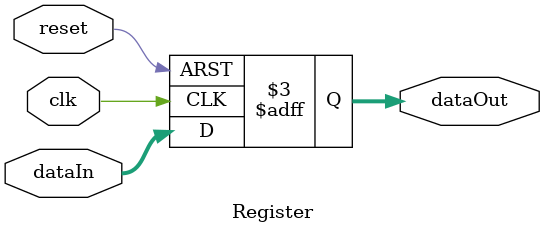
<source format=v>
`timescale 1ns / 1ps
module Register(clk,reset,dataIn,dataOut);

parameter n=8;

input clk,reset;
input[n-1:0] dataIn;
output reg[n-1:0] dataOut=0;

always@(posedge clk,posedge reset)begin

	if(reset)
		dataOut <= 0;
	else
	   dataOut <= dataIn;

end

endmodule


</source>
